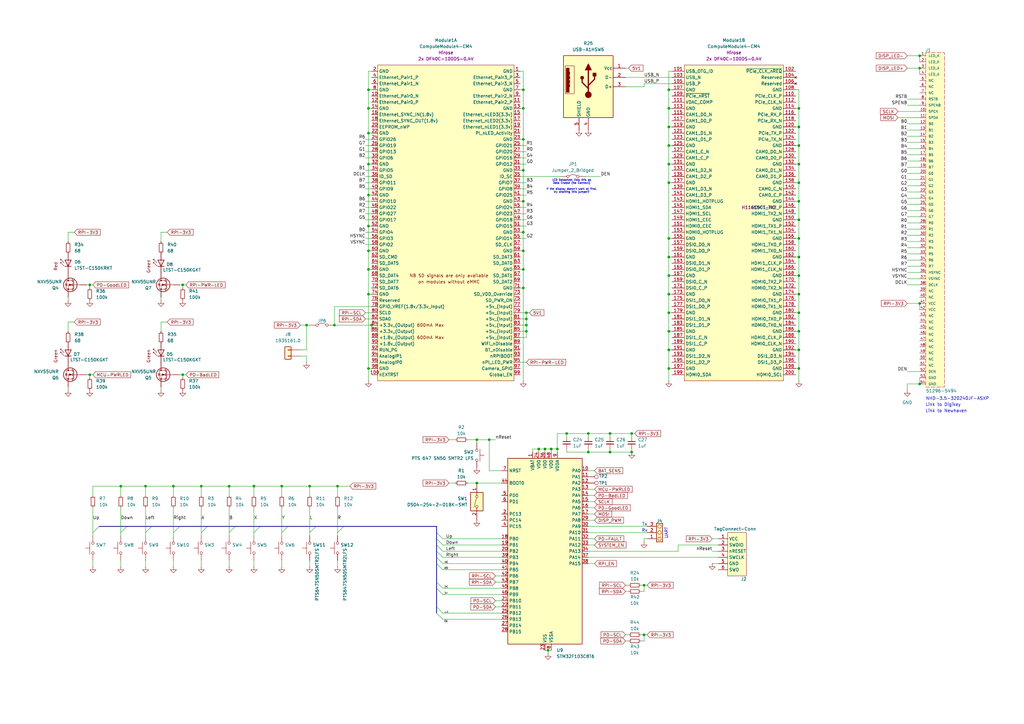
<source format=kicad_sch>
(kicad_sch
	(version 20231120)
	(generator "eeschema")
	(generator_version "8.0")
	(uuid "41a07376-40e1-4aaf-a08e-c749bcc29ea4")
	(paper "A3")
	(title_block
		(rev "P1")
	)
	
	(junction
		(at 241.3 185.42)
		(diameter 0)
		(color 0 0 0 0)
		(uuid "01a10c39-7afb-467f-8ef8-f4def3a6210c")
	)
	(junction
		(at 151.13 54.61)
		(diameter 0)
		(color 0 0 0 0)
		(uuid "05018693-712e-4df4-8b43-834f053abe66")
	)
	(junction
		(at 115.57 199.39)
		(diameter 0)
		(color 0 0 0 0)
		(uuid "0658932f-35d8-485b-b871-a8e78b1b97ed")
	)
	(junction
		(at 228.6 184.15)
		(diameter 0)
		(color 0 0 0 0)
		(uuid "07bcff62-4b7c-47d0-9694-d19c9e32c0f5")
	)
	(junction
		(at 82.55 199.39)
		(diameter 0)
		(color 0 0 0 0)
		(uuid "0b28f6b8-26b3-4ca8-9e41-20ceb77ad6dc")
	)
	(junction
		(at 327.66 59.69)
		(diameter 0)
		(color 0 0 0 0)
		(uuid "0b30c66d-4c6c-4077-98ce-0b8ebe0312c9")
	)
	(junction
		(at 214.63 102.87)
		(diameter 0)
		(color 0 0 0 0)
		(uuid "0ff90365-e3f6-407d-ad5d-6a49ada520f2")
	)
	(junction
		(at 59.69 199.39)
		(diameter 0)
		(color 0 0 0 0)
		(uuid "1579b508-38c2-4c8d-a32b-87ab6c3aeb6d")
	)
	(junction
		(at 93.98 199.39)
		(diameter 0)
		(color 0 0 0 0)
		(uuid "166b3542-0db8-4828-8ce8-b8d8af04b8b8")
	)
	(junction
		(at 151.13 151.13)
		(diameter 0)
		(color 0 0 0 0)
		(uuid "16b2bb80-8b96-4973-9e10-49186c961cdd")
	)
	(junction
		(at 36.83 153.67)
		(diameter 0)
		(color 0 0 0 0)
		(uuid "1836df39-2bd2-4a05-9130-56e4dc1c7924")
	)
	(junction
		(at 104.14 199.39)
		(diameter 0)
		(color 0 0 0 0)
		(uuid "1b42523e-7b95-49fc-b27c-8526dcedd950")
	)
	(junction
		(at 274.32 143.51)
		(diameter 0)
		(color 0 0 0 0)
		(uuid "1c45381a-3f44-43eb-969a-ef36d01ca841")
	)
	(junction
		(at 137.16 133.35)
		(diameter 0)
		(color 0 0 0 0)
		(uuid "2057e96e-6520-4dc3-85d9-7c108da27da5")
	)
	(junction
		(at 274.32 67.31)
		(diameter 0)
		(color 0 0 0 0)
		(uuid "21572f8e-5f09-46e4-a066-3758317e3ff1")
	)
	(junction
		(at 327.66 67.31)
		(diameter 0)
		(color 0 0 0 0)
		(uuid "23533f2b-1aba-4c22-833e-d28184965737")
	)
	(junction
		(at 36.83 116.84)
		(diameter 0)
		(color 0 0 0 0)
		(uuid "2497f78e-b4b3-4eb1-962a-343ea4da43f7")
	)
	(junction
		(at 327.66 113.03)
		(diameter 0)
		(color 0 0 0 0)
		(uuid "25872948-7b0a-42e0-8bc4-3b445ecfadfc")
	)
	(junction
		(at 152.4 133.35)
		(diameter 0)
		(color 0 0 0 0)
		(uuid "25ee6b7c-1fe6-4a8d-84e4-46cfa8c52771")
	)
	(junction
		(at 274.32 97.79)
		(diameter 0)
		(color 0 0 0 0)
		(uuid "27ff8a18-5f65-4847-a06f-59e665ea5a0d")
	)
	(junction
		(at 151.13 67.31)
		(diameter 0)
		(color 0 0 0 0)
		(uuid "2980f321-ebb2-41b3-8f33-b5c3b537e6ee")
	)
	(junction
		(at 214.63 95.25)
		(diameter 0)
		(color 0 0 0 0)
		(uuid "2f7d7987-0694-423a-94af-16e42193f797")
	)
	(junction
		(at 151.13 80.01)
		(diameter 0)
		(color 0 0 0 0)
		(uuid "3c097fe4-7fb9-42af-a180-81ca1cd39490")
	)
	(junction
		(at 327.66 120.65)
		(diameter 0)
		(color 0 0 0 0)
		(uuid "44d77e07-39f8-422a-9661-84c82a6f3cae")
	)
	(junction
		(at 327.66 135.89)
		(diameter 0)
		(color 0 0 0 0)
		(uuid "4945681f-1ded-409b-bdd1-87364b76daa1")
	)
	(junction
		(at 327.66 52.07)
		(diameter 0)
		(color 0 0 0 0)
		(uuid "524812e2-7b12-467f-b809-2302bdfab492")
	)
	(junction
		(at 259.08 177.8)
		(diameter 0)
		(color 0 0 0 0)
		(uuid "55719859-952c-43e5-a9ee-7b6af6a272dc")
	)
	(junction
		(at 138.43 199.39)
		(diameter 0)
		(color 0 0 0 0)
		(uuid "57059a02-e974-4540-be93-f81aed64c32b")
	)
	(junction
		(at 377.19 27.94)
		(diameter 0)
		(color 0 0 0 0)
		(uuid "57afa202-31df-4573-925b-71fdd79870c2")
	)
	(junction
		(at 327.66 44.45)
		(diameter 0)
		(color 0 0 0 0)
		(uuid "58386342-8e09-405c-bb49-2546c40f4855")
	)
	(junction
		(at 274.32 44.45)
		(diameter 0)
		(color 0 0 0 0)
		(uuid "583a054f-0ec3-4a39-8e1d-f120967ea7c4")
	)
	(junction
		(at 327.66 128.27)
		(diameter 0)
		(color 0 0 0 0)
		(uuid "5b83d3a7-1000-41b2-9670-8c02fef2114e")
	)
	(junction
		(at 223.52 184.15)
		(diameter 0)
		(color 0 0 0 0)
		(uuid "639ef3b9-eec3-4c9d-8b3c-0ad931064cb3")
	)
	(junction
		(at 151.13 102.87)
		(diameter 0)
		(color 0 0 0 0)
		(uuid "6551a9b6-3cd2-43d9-abd2-4d7ca910c668")
	)
	(junction
		(at 125.73 133.35)
		(diameter 0)
		(color 0 0 0 0)
		(uuid "65d65c3b-4dc5-4156-ad56-c314aca64b91")
	)
	(junction
		(at 274.32 120.65)
		(diameter 0)
		(color 0 0 0 0)
		(uuid "6995ae74-a43e-4ef7-b4d2-957a04f00b5a")
	)
	(junction
		(at 250.19 177.8)
		(diameter 0)
		(color 0 0 0 0)
		(uuid "6c31a439-7189-44cc-9671-4bf3e0061f32")
	)
	(junction
		(at 377.19 22.86)
		(diameter 0)
		(color 0 0 0 0)
		(uuid "6d3ccaba-8a86-4622-93c2-ec7db09cbb13")
	)
	(junction
		(at 274.32 105.41)
		(diameter 0)
		(color 0 0 0 0)
		(uuid "6ff3afea-113d-4adf-b9e0-1f2921e0e48f")
	)
	(junction
		(at 215.9 133.35)
		(diameter 0)
		(color 0 0 0 0)
		(uuid "704536b9-ad03-4c9e-993c-90f27c10b4de")
	)
	(junction
		(at 195.58 198.12)
		(diameter 0)
		(color 0 0 0 0)
		(uuid "7327bb4f-4b73-4f79-88fc-89894f1ba150")
	)
	(junction
		(at 327.66 105.41)
		(diameter 0)
		(color 0 0 0 0)
		(uuid "76079889-2db2-4531-a681-fe94c8404639")
	)
	(junction
		(at 151.13 36.83)
		(diameter 0)
		(color 0 0 0 0)
		(uuid "77022026-c3f2-4b89-8833-2541cc178135")
	)
	(junction
		(at 327.66 90.17)
		(diameter 0)
		(color 0 0 0 0)
		(uuid "7acba12e-48f2-4cc1-a9c3-bbb13d890782")
	)
	(junction
		(at 250.19 185.42)
		(diameter 0)
		(color 0 0 0 0)
		(uuid "8564558d-c9db-40b5-83f2-a887cbb49410")
	)
	(junction
		(at 214.63 69.85)
		(diameter 0)
		(color 0 0 0 0)
		(uuid "85adfc14-1b84-4d66-a6ec-284cd1edae82")
	)
	(junction
		(at 71.12 199.39)
		(diameter 0)
		(color 0 0 0 0)
		(uuid "86c67bbf-8046-4e3e-8b60-342b84fbff9c")
	)
	(junction
		(at 215.9 135.89)
		(diameter 0)
		(color 0 0 0 0)
		(uuid "87ed5199-530a-4485-a91d-bbc30417ae2b")
	)
	(junction
		(at 327.66 74.93)
		(diameter 0)
		(color 0 0 0 0)
		(uuid "8a1263f7-eca7-4bbf-a805-2e43b3abd237")
	)
	(junction
		(at 151.13 120.65)
		(diameter 0)
		(color 0 0 0 0)
		(uuid "8aad0f6a-b86b-4c58-b058-ab05993f4386")
	)
	(junction
		(at 195.58 180.34)
		(diameter 0)
		(color 0 0 0 0)
		(uuid "8baf83a9-f9e9-4f00-bfa3-aee68adf711e")
	)
	(junction
		(at 214.63 44.45)
		(diameter 0)
		(color 0 0 0 0)
		(uuid "9016b80c-c66e-46e6-8a74-c8cf7c85e3cc")
	)
	(junction
		(at 214.63 36.83)
		(diameter 0)
		(color 0 0 0 0)
		(uuid "90dda2ad-48eb-44d1-902e-d573e4f62a8e")
	)
	(junction
		(at 151.13 92.71)
		(diameter 0)
		(color 0 0 0 0)
		(uuid "92a90c2e-3f11-4461-bf74-368d32ac0649")
	)
	(junction
		(at 259.08 185.42)
		(diameter 0)
		(color 0 0 0 0)
		(uuid "93813d51-abfd-439d-b09c-6e2c83d0c598")
	)
	(junction
		(at 200.66 180.34)
		(diameter 0)
		(color 0 0 0 0)
		(uuid "94443a00-0cd1-45df-85b1-f85b3ed3f2a7")
	)
	(junction
		(at 226.06 184.15)
		(diameter 0)
		(color 0 0 0 0)
		(uuid "957571d3-6acb-44b9-b71c-fcccb35e19aa")
	)
	(junction
		(at 274.32 135.89)
		(diameter 0)
		(color 0 0 0 0)
		(uuid "993dc45e-3211-411c-b14d-b0ea091a6bde")
	)
	(junction
		(at 274.32 74.93)
		(diameter 0)
		(color 0 0 0 0)
		(uuid "a11e3a6e-0fbc-46aa-b1b4-cc4007cb3f8a")
	)
	(junction
		(at 49.53 199.39)
		(diameter 0)
		(color 0 0 0 0)
		(uuid "a194807a-052b-4e58-9487-dba9ed17b57f")
	)
	(junction
		(at 224.79 266.7)
		(diameter 0)
		(color 0 0 0 0)
		(uuid "a641c310-c1e5-410a-b089-c87976646e1f")
	)
	(junction
		(at 151.13 44.45)
		(diameter 0)
		(color 0 0 0 0)
		(uuid "a86735ac-ab5e-43c8-8ac6-35f64505e243")
	)
	(junction
		(at 214.63 57.15)
		(diameter 0)
		(color 0 0 0 0)
		(uuid "a9e5978f-2136-498f-b23c-c6c76bfc98d3")
	)
	(junction
		(at 74.93 116.84)
		(diameter 0)
		(color 0 0 0 0)
		(uuid "af76d557-85d6-4e79-8a66-32ebc004894d")
	)
	(junction
		(at 241.3 177.8)
		(diameter 0)
		(color 0 0 0 0)
		(uuid "b01e672f-496e-4693-b48a-2be59ab6b320")
	)
	(junction
		(at 214.63 110.49)
		(diameter 0)
		(color 0 0 0 0)
		(uuid "b620e5b1-8fd6-46ac-abbc-903068f266c4")
	)
	(junction
		(at 215.9 128.27)
		(diameter 0)
		(color 0 0 0 0)
		(uuid "b6934315-4d64-4c24-a69d-265a7c94b918")
	)
	(junction
		(at 264.16 240.03)
		(diameter 0)
		(color 0 0 0 0)
		(uuid "b73f8eee-b404-4d94-be87-4240fa26a5b3")
	)
	(junction
		(at 327.66 143.51)
		(diameter 0)
		(color 0 0 0 0)
		(uuid "c239406a-24bc-46e0-9898-a2b827cd0215")
	)
	(junction
		(at 264.16 260.35)
		(diameter 0)
		(color 0 0 0 0)
		(uuid "c252b087-259a-458c-b51f-c8b374e95b48")
	)
	(junction
		(at 274.32 151.13)
		(diameter 0)
		(color 0 0 0 0)
		(uuid "c3ce0fd5-9b0b-452b-b61c-74e4b53df3de")
	)
	(junction
		(at 151.13 110.49)
		(diameter 0)
		(color 0 0 0 0)
		(uuid "c6da637e-fc7c-4c9a-a85c-0dc5006364f4")
	)
	(junction
		(at 274.32 113.03)
		(diameter 0)
		(color 0 0 0 0)
		(uuid "c6e3e38b-a0fb-40de-9673-67d5d23b8dc0")
	)
	(junction
		(at 232.41 177.8)
		(diameter 0)
		(color 0 0 0 0)
		(uuid "c9f9
... [249726 chars truncated]
</source>
